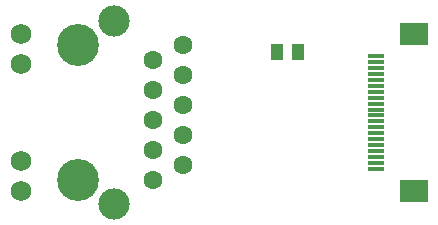
<source format=gts>
G04 EAGLE Gerber RS-274X export*
G75*
%MOMM*%
%FSLAX34Y34*%
%LPD*%
%INTop Solder Mask*%
%IPPOS*%
%AMOC8*
5,1,8,0,0,1.08239X$1,22.5*%
G01*
%ADD10R,1.003200X1.403200*%
%ADD11R,1.400000X0.400000*%
%ADD12R,2.350000X1.900000*%
%ADD13C,2.648200*%
%ADD14C,1.601200*%
%ADD15C,1.733200*%
%ADD16C,3.553200*%


D10*
X275300Y152800D03*
X257300Y152800D03*
D11*
X340800Y54100D03*
X340800Y59100D03*
X340800Y64100D03*
X340800Y69100D03*
X340800Y74100D03*
X340800Y79100D03*
X340800Y84100D03*
X340800Y89100D03*
X340800Y94100D03*
X340800Y99100D03*
X340800Y104100D03*
X340800Y109100D03*
X340800Y114100D03*
X340800Y119100D03*
X340800Y124100D03*
X340800Y129100D03*
X340800Y134100D03*
X340800Y139100D03*
X340800Y144100D03*
X340800Y149100D03*
D12*
X373300Y168100D03*
X373300Y35100D03*
D13*
X119400Y24150D03*
X119400Y179050D03*
D14*
X177800Y108000D03*
X152400Y120700D03*
X152400Y146100D03*
X152400Y95300D03*
X152400Y69900D03*
X152400Y44500D03*
X177800Y133400D03*
X177800Y158800D03*
X177800Y82600D03*
X177800Y57200D03*
D15*
X40100Y35350D03*
X40100Y167850D03*
X40100Y142450D03*
X40100Y60750D03*
D16*
X88900Y44450D03*
X88900Y158750D03*
M02*

</source>
